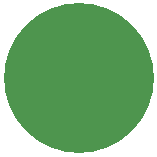
<source format=gbr>
%FSLAX34Y34*%
%MOIN*%
%ADD10C,0.5*%
D10*
X0Y0D03*
M02*

</source>
